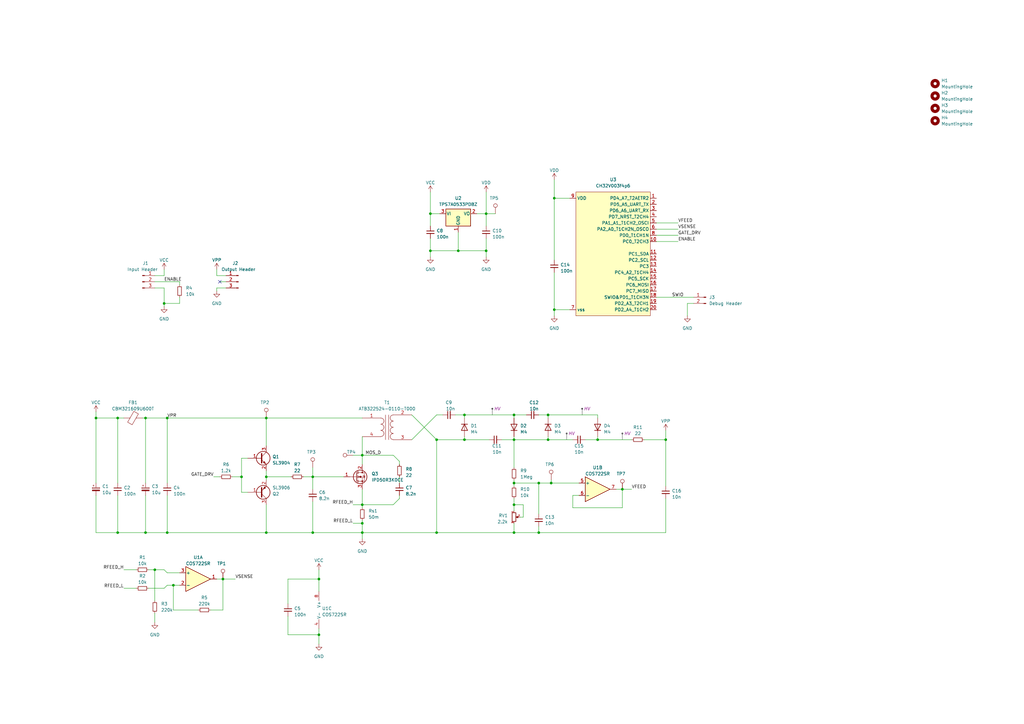
<source format=kicad_sch>
(kicad_sch (version 20230121) (generator eeschema)
  (paper "A3")
  (title_block (title "170V Boost converter and controller") (rev "V1") (company "Alessandro Mauri"))
  (lib_symbols
    (symbol "Amplifier_Operational:AD8620" (pin_names (offset 0.127))
      (property "Reference" "U" (at 0 5.08 0))
      (property "Value" "AD8620" (at 0 -5.08 0))
      (symbol "AD8620_1_1"
        (polyline (pts (xy -5.08 5.08) (xy 5.08 0) (xy -5.08 -5.08) (xy -5.08 5.08)) (stroke (width 0.254)) (fill (type background)))
        (pin output line (at 7.62 0 180) (length 2.54) (name "~") (number "1"))
        (pin input line (at -7.62 -2.54 0) (length 2.54) (name "-") (number "2"))
        (pin input line (at -7.62 2.54 0) (length 2.54) (name "+") (number "3"))
      )
      (symbol "AD8620_2_1"
        (polyline (pts (xy -5.08 5.08) (xy 5.08 0) (xy -5.08 -5.08) (xy -5.08 5.08)) (stroke (width 0.254)) (fill (type background)))
        (pin input line (at -7.62 2.54 0) (length 2.54) (name "+") (number "5"))
        (pin input line (at -7.62 -2.54 0) (length 2.54) (name "-") (number "6"))
        (pin output line (at 7.62 0 180) (length 2.54) (name "~") (number "7"))
      )
      (symbol "AD8620_3_1"
        (pin power_in line (at -2.54 -7.62 90) (length 3.81) (name "V-") (number "4"))
        (pin power_in line (at -2.54 7.62 270) (length 3.81) (name "V+") (number "8"))
      )
    )
    (symbol "CH32V003:CH32V003f4p6"
      (property "Reference" "U" (at 0 31.75 0))
      (property "Value" "CH32V003f4p6" (at -7.62 0 90))
      (symbol "CH32V003f4p6_1_1"
        (rectangle (start -15.24 27.94) (end 15.24 -22.86) (fill (type background)))
        (pin bidirectional line (at 17.78 25.4 180) (length 2.54) (name "PD4_A7_T2AETR2") (number "1"))
        (pin bidirectional line (at 17.78 7.62 180) (length 2.54) (name "PC0_T2CH3") (number "10"))
        (pin bidirectional line (at 17.78 2.54 180) (length 2.54) (name "PC1_SDA") (number "11"))
        (pin bidirectional line (at 17.78 0 180) (length 2.54) (name "PC2_SCL") (number "12"))
        (pin bidirectional line (at 17.78 -2.54 180) (length 2.54) (name "PC3") (number "13"))
        (pin bidirectional line (at 17.78 -5.08 180) (length 2.54) (name "PC4_A2_T1CH4") (number "14"))
        (pin bidirectional line (at 17.78 -7.62 180) (length 2.54) (name "PC5_SCK") (number "15"))
        (pin bidirectional line (at 17.78 -10.16 180) (length 2.54) (name "PC6_MOSI") (number "16"))
        (pin bidirectional line (at 17.78 -12.7 180) (length 2.54) (name "PC7_MISO") (number "17"))
        (pin bidirectional line (at 17.78 -15.24 180) (length 2.54) (name "SWIO&PD1_T1CH3N") (number "18"))
        (pin bidirectional line (at 17.78 -17.78 180) (length 2.54) (name "PD2_A3_T2CH1") (number "19"))
        (pin bidirectional line (at 17.78 22.86 180) (length 2.54) (name "PD5_A5_UART_TX") (number "2"))
        (pin bidirectional line (at 17.78 -20.32 180) (length 2.54) (name "PD2_A4_T1CH2") (number "20"))
        (pin bidirectional line (at 17.78 20.32 180) (length 2.54) (name "PD6_A6_UART_RX") (number "3"))
        (pin bidirectional line (at 17.78 17.78 180) (length 2.54) (name "PD7_NRST_T2CH4") (number "4"))
        (pin bidirectional line (at 17.78 15.24 180) (length 2.54) (name "PA1_A1_T1CH2_OSCI") (number "5"))
        (pin bidirectional line (at 17.78 12.7 180) (length 2.54) (name "PA2_A0_T1CH2N_OSCO") (number "6"))
        (pin power_in line (at -17.78 -20.32 0) (length 2.54) (name "vss") (number "7"))
        (pin bidirectional line (at 17.78 10.16 180) (length 2.54) (name "PD0_T1CH1N") (number "8"))
        (pin power_in line (at -17.78 25.4 0) (length 2.54) (name "VDD") (number "9"))
      )
    )
    (symbol "Connector:Conn_01x02_Pin" (pin_names (offset 1.016) hide)
      (property "Reference" "J" (at 0 2.54 0))
      (property "Value" "Conn_01x02_Pin" (at 0 -5.08 0))
      (symbol "Conn_01x02_Pin_1_1"
        (polyline (pts (xy 1.27 -2.54) (xy 0.8636 -2.54)) (stroke (width 0.1524)))
        (polyline (pts (xy 1.27 0) (xy 0.8636 0)) (stroke (width 0.1524)))
        (rectangle (start 0.8636 -2.413) (end 0 -2.667) (stroke (width 0.1524)) (fill (type outline)))
        (rectangle (start 0.8636 0.127) (end 0 -0.127) (stroke (width 0.1524)) (fill (type outline)))
        (pin passive line (at 5.08 0 180) (length 3.81) (name "Pin_1") (number "1"))
        (pin passive line (at 5.08 -2.54 180) (length 3.81) (name "Pin_2") (number "2"))
      )
    )
    (symbol "Connector:Conn_01x03_Pin" (pin_names (offset 1.016) hide)
      (property "Reference" "J" (at 0 5.08 0))
      (property "Value" "Conn_01x03_Pin" (at 0 -5.08 0))
      (symbol "Conn_01x03_Pin_1_1"
        (polyline (pts (xy 1.27 -2.54) (xy 0.8636 -2.54)) (stroke (width 0.1524)))
        (polyline (pts (xy 1.27 0) (xy 0.8636 0)) (stroke (width 0.1524)))
        (polyline (pts (xy 1.27 2.54) (xy 0.8636 2.54)) (stroke (width 0.1524)))
        (rectangle (start 0.8636 -2.413) (end 0 -2.667) (stroke (width 0.1524)) (fill (type outline)))
        (rectangle (start 0.8636 0.127) (end 0 -0.127) (stroke (width 0.1524)) (fill (type outline)))
        (rectangle (start 0.8636 2.667) (end 0 2.413) (stroke (width 0.1524)) (fill (type outline)))
        (pin passive line (at 5.08 2.54 180) (length 3.81) (name "Pin_1") (number "1"))
        (pin passive line (at 5.08 0 180) (length 3.81) (name "Pin_2") (number "2"))
        (pin passive line (at 5.08 -2.54 180) (length 3.81) (name "Pin_3") (number "3"))
      )
    )
    (symbol "Connector:TestPoint" (pin_numbers hide) (pin_names (offset 0.762) hide)
      (property "Reference" "TP" (at 0 6.858 0))
      (property "Value" "TestPoint" (at 0 5.08 0))
      (symbol "TestPoint_0_1"
        (circle (center 0 3.302) (radius 0.762))
      )
      (symbol "TestPoint_1_1"
        (pin passive line (at 0 0 90) (length 2.54) (name "1") (number "1"))
      )
    )
    (symbol "Device:C_Polarized_Small" (pin_numbers hide) (pin_names (offset 0.254) hide)
      (property "Reference" "C" (at 0.254 1.778 0))
      (property "Value" "C_Polarized_Small" (at 0.254 -2.032 0))
      (symbol "C_Polarized_Small_0_1"
        (rectangle (start -1.524 -0.3048) (end 1.524 -0.6858) (fill (type outline)))
        (rectangle (start -1.524 0.6858) (end 1.524 0.3048))
        (polyline (pts (xy -1.27 1.524) (xy -0.762 1.524)))
        (polyline (pts (xy -1.016 1.27) (xy -1.016 1.778)))
      )
      (symbol "C_Polarized_Small_1_1"
        (pin passive line (at 0 2.54 270) (length 1.8542) (name "~") (number "1"))
        (pin passive line (at 0 -2.54 90) (length 1.8542) (name "~") (number "2"))
      )
    )
    (symbol "Device:C_Small" (pin_numbers hide) (pin_names (offset 0.254) hide)
      (property "Reference" "C" (at 0.254 1.778 0))
      (property "Value" "C_Small" (at 0.254 -2.032 0))
      (symbol "C_Small_0_1"
        (polyline (pts (xy -1.524 -0.508) (xy 1.524 -0.508)) (stroke (width 0.3302)))
        (polyline (pts (xy -1.524 0.508) (xy 1.524 0.508)) (stroke (width 0.3048)))
      )
      (symbol "C_Small_1_1"
        (pin passive line (at 0 2.54 270) (length 2.032) (name "~") (number "1"))
        (pin passive line (at 0 -2.54 90) (length 2.032) (name "~") (number "2"))
      )
    )
    (symbol "Device:FerriteBead" (pin_numbers hide) (pin_names (offset 0))
      (property "Reference" "FB" (at -3.81 0.635 90))
      (property "Value" "FerriteBead" (at 3.81 0 90))
      (symbol "FerriteBead_0_1"
        (polyline (pts (xy 0 -1.27) (xy 0 -1.2192)))
        (polyline (pts (xy 0 1.27) (xy 0 1.2954)))
        (polyline (pts (xy -2.7686 0.4064) (xy -1.7018 2.2606) (xy 2.7686 -0.3048) (xy 1.6764 -2.159) (xy -2.7686 0.4064)))
      )
      (symbol "FerriteBead_1_1"
        (pin passive line (at 0 3.81 270) (length 2.54) (name "~") (number "1"))
        (pin passive line (at 0 -3.81 90) (length 2.54) (name "~") (number "2"))
      )
    )
    (symbol "Device:R_Potentiometer_Small" (pin_names (offset 1.016) hide)
      (property "Reference" "RV" (at -4.445 0 90))
      (property "Value" "R_Potentiometer_Small" (at -2.54 0 90))
      (symbol "R_Potentiometer_Small_0_1"
        (polyline (pts (xy 0.889 0) (xy 0.635 0) (xy 1.651 0.381) (xy 1.651 -0.381) (xy 0.635 0) (xy 0.889 0)) (fill (type outline)))
        (rectangle (start 0.762 1.8034) (end -0.762 -1.8034) (stroke (width 0.254)))
      )
      (symbol "R_Potentiometer_Small_1_1"
        (pin passive line (at 0 2.54 270) (length 0.635) (name "1") (number "1"))
        (pin passive line (at 2.54 0 180) (length 0.9906) (name "2") (number "2"))
        (pin passive line (at 0 -2.54 90) (length 0.635) (name "3") (number "3"))
      )
    )
    (symbol "Device:R_Small" (pin_numbers hide) (pin_names (offset 0.254) hide)
      (property "Reference" "R" (at 0.762 0.508 0))
      (property "Value" "R_Small" (at 0.762 -1.016 0))
      (symbol "R_Small_0_1"
        (rectangle (start -0.762 1.778) (end 0.762 -1.778) (stroke (width 0.2032)))
      )
      (symbol "R_Small_1_1"
        (pin passive line (at 0 2.54 270) (length 0.762) (name "~") (number "1"))
        (pin passive line (at 0 -2.54 90) (length 0.762) (name "~") (number "2"))
      )
    )
    (symbol "Diode:US2FA" (pin_numbers hide) (pin_names hide)
      (property "Reference" "D" (at 0 2.54 0))
      (property "Value" "US2FA" (at 0 -2.54 0))
      (symbol "US2FA_0_1"
        (polyline (pts (xy -1.27 1.27) (xy -1.27 -1.27)) (stroke (width 0.254)))
        (polyline (pts (xy 1.27 0) (xy -1.27 0)))
        (polyline (pts (xy 1.27 1.27) (xy 1.27 -1.27) (xy -1.27 0) (xy 1.27 1.27)) (stroke (width 0.254)))
      )
      (symbol "US2FA_1_1"
        (pin passive line (at -3.81 0 0) (length 2.54) (name "K") (number "1"))
        (pin passive line (at 3.81 0 180) (length 2.54) (name "A") (number "2"))
      )
    )
    (symbol "Mechanical:MountingHole" (pin_names (offset 1.016))
      (property "Reference" "H" (at 0 5.08 0))
      (property "Value" "MountingHole" (at 0 3.175 0))
      (symbol "MountingHole_0_1"
        (circle (center 0 0) (radius 1.27) (stroke (width 1.27)))
      )
    )
    (symbol "Regulator_Linear:TPS7A0533PDBZ" (pin_names (offset 0.254))
      (property "Reference" "U" (at -3.81 3.175 0))
      (property "Value" "TPS7A0533PDBZ" (at 0 3.175 0))
      (symbol "TPS7A0533PDBZ_0_1"
        (rectangle (start -5.08 -5.08) (end 5.08 1.905) (stroke (width 0.254)) (fill (type background)))
      )
      (symbol "TPS7A0533PDBZ_1_1"
        (pin power_in line (at 0 -7.62 90) (length 2.54) (name "GND") (number "1"))
        (pin power_out line (at 7.62 0 180) (length 2.54) (name "VO") (number "2"))
        (pin power_in line (at -7.62 0 0) (length 2.54) (name "VI") (number "3"))
      )
    )
    (symbol "Transistor_BJT:MMBT3904" (pin_names (offset 0) hide)
      (property "Reference" "Q" (at 5.08 1.905 0))
      (property "Value" "MMBT3904" (at 5.08 0 0))
      (symbol "MMBT3904_0_1"
        (polyline (pts (xy 0.635 0.635) (xy 2.54 2.54)))
        (polyline (pts (xy 0.635 -0.635) (xy 2.54 -2.54) (xy 2.54 -2.54)))
        (polyline (pts (xy 0.635 1.905) (xy 0.635 -1.905) (xy 0.635 -1.905)) (stroke (width 0.508)))
        (polyline (pts (xy 1.27 -1.778) (xy 1.778 -1.27) (xy 2.286 -2.286) (xy 1.27 -1.778) (xy 1.27 -1.778)) (fill (type outline)))
        (circle (center 1.27 0) (radius 2.8194) (stroke (width 0.254)))
      )
      (symbol "MMBT3904_1_1"
        (pin input line (at -5.08 0 0) (length 5.715) (name "B") (number "1"))
        (pin passive line (at 2.54 -5.08 90) (length 2.54) (name "E") (number "2"))
        (pin passive line (at 2.54 5.08 270) (length 2.54) (name "C") (number "3"))
      )
    )
    (symbol "Transistor_BJT:MMBT3906" (pin_names (offset 0) hide)
      (property "Reference" "Q" (at 5.08 1.905 0))
      (property "Value" "MMBT3906" (at 5.08 0 0))
      (symbol "MMBT3906_0_1"
        (polyline (pts (xy 0.635 0.635) (xy 2.54 2.54)))
        (polyline (pts (xy 0.635 -0.635) (xy 2.54 -2.54) (xy 2.54 -2.54)))
        (polyline (pts (xy 0.635 1.905) (xy 0.635 -1.905) (xy 0.635 -1.905)) (stroke (width 0.508)))
        (polyline (pts (xy 2.286 -1.778) (xy 1.778 -2.286) (xy 1.27 -1.27) (xy 2.286 -1.778) (xy 2.286 -1.778)) (fill (type outline)))
        (circle (center 1.27 0) (radius 2.8194) (stroke (width 0.254)))
      )
      (symbol "MMBT3906_1_1"
        (pin input line (at -5.08 0 0) (length 5.715) (name "B") (number "1"))
        (pin passive line (at 2.54 -5.08 90) (length 2.54) (name "E") (number "2"))
        (pin passive line (at 2.54 5.08 270) (length 2.54) (name "C") (number "3"))
      )
    )
    (symbol "Transistor_FET:IPD50R3K0CE" (pin_names hide)
      (property "Reference" "Q" (at 5.08 1.905 0))
      (property "Value" "IPD50R3K0CE" (at 5.08 0 0))
      (symbol "IPD50R3K0CE_0_1"
        (polyline (pts (xy 0.254 0) (xy -2.54 0)))
        (polyline (pts (xy 0.254 1.905) (xy 0.254 -1.905)) (stroke (width 0.254)))
        (polyline (pts (xy 0.762 -1.27) (xy 0.762 -2.286)) (stroke (width 0.254)))
        (polyline (pts (xy 0.762 0.508) (xy 0.762 -0.508)) (stroke (width 0.254)))
        (polyline (pts (xy 0.762 2.286) (xy 0.762 1.27)) (stroke (width 0.254)))
        (polyline (pts (xy 2.54 2.54) (xy 2.54 1.778)))
        (polyline (pts (xy 2.54 -2.54) (xy 2.54 0) (xy 0.762 0)))
        (polyline (pts (xy 0.762 -1.778) (xy 3.302 -1.778) (xy 3.302 1.778) (xy 0.762 1.778)))
        (polyline (pts (xy 1.016 0) (xy 2.032 0.381) (xy 2.032 -0.381) (xy 1.016 0)) (fill (type outline)))
        (polyline (pts (xy 2.794 0.508) (xy 2.921 0.381) (xy 3.683 0.381) (xy 3.81 0.254)))
        (polyline (pts (xy 3.302 0.381) (xy 2.921 -0.254) (xy 3.683 -0.254) (xy 3.302 0.381)))
        (circle (center 1.651 0) (radius 2.794) (stroke (width 0.254)))
        (circle (center 2.54 -1.778) (radius 0.254) (fill (type outline)))
        (circle (center 2.54 1.778) (radius 0.254) (fill (type outline)))
      )
      (symbol "IPD50R3K0CE_1_1"
        (pin input line (at -5.08 0 0) (length 2.54) (name "G") (number "1"))
        (pin passive line (at 2.54 5.08 270) (length 2.54) (name "D") (number "2"))
        (pin passive line (at 2.54 -5.08 90) (length 2.54) (name "S") (number "3"))
      )
    )
    (symbol "lcsc_misc:ATB322524-0110-T000"
      (property "Reference" "T" (at 0 3.81 0))
      (property "Value" "ATB322524-0110-T000" (at 1.27 1.27 0))
      (symbol "ATB322524-0110-T000_0_1"
        (arc (start -2.54 -11.4046) (mid -1.6561 -11.0363) (end -1.27 -10.16))
        (arc (start -2.54 -8.8646) (mid -1.6561 -8.4963) (end -1.27 -7.62))
        (arc (start -2.54 -6.3246) (mid -1.6561 -5.9563) (end -1.27 -5.08))
        (arc (start -1.27 -10.16) (mid -1.642 -9.262) (end -2.54 -8.89))
        (arc (start -1.27 -7.62) (mid -1.642 -6.722) (end -2.54 -6.35))
        (arc (start -1.27 -5.08) (mid -1.642 -4.182) (end -2.54 -3.81))
        (polyline (pts (xy -0.635 -2.54) (xy -0.635 -12.7)))
        (polyline (pts (xy 0.635 -12.7) (xy 0.635 -2.54)))
        (arc (start 1.2954 -8.89) (mid 1.6599 -9.7701) (end 2.54 -10.1346))
        (arc (start 1.2954 -6.35) (mid 1.6599 -7.2301) (end 2.54 -7.5946))
        (arc (start 1.2954 -3.81) (mid 1.6599 -4.6901) (end 2.54 -5.0546))
        (arc (start 1.3208 -11.43) (mid 1.6854 -12.3099) (end 2.5654 -12.6746))
        (arc (start 2.54 -7.62) (mid 1.6458 -7.9885) (end 1.2954 -8.89))
        (arc (start 2.54 -5.08) (mid 1.6458 -5.4485) (end 1.2954 -6.35))
        (arc (start 2.54 -2.54) (mid 1.6458 -2.9085) (end 1.2954 -3.81))
        (arc (start 2.5654 -10.16) (mid 1.6709 -10.5283) (end 1.3208 -11.43))
      )
      (symbol "ATB322524-0110-T000_1_1"
        (pin passive line (at -10.16 -3.81 0) (length 7.62) (name "") (number "1"))
        (pin passive line (at 10.16 -2.54 180) (length 7.62) (name "") (number "2"))
        (pin passive line (at 10.16 -12.7 180) (length 7.62) (name "") (number "3"))
        (pin passive line (at -10.16 -11.43 0) (length 7.62) (name "") (number "4"))
      )
    )
    (symbol "power:GND" (power) (pin_names (offset 0))
      (property "Value" "GND" (at 0 -3.81 0))
      (symbol "GND_0_1"
        (polyline (pts (xy 0 0) (xy 0 -1.27) (xy 1.27 -1.27) (xy 0 -2.54) (xy -1.27 -1.27) (xy 0 -1.27)))
      )
      (symbol "GND_1_1"
        (pin power_in line (at 0 0 270) (length 0) hide (name "GND") (number "1"))
      )
    )
    (symbol "power:VCC" (power) (pin_names (offset 0))
      (property "Value" "VCC" (at 0 3.81 0))
      (symbol "VCC_0_1"
        (polyline (pts (xy -0.762 1.27) (xy 0 2.54)))
        (polyline (pts (xy 0 0) (xy 0 2.54)))
        (polyline (pts (xy 0 2.54) (xy 0.762 1.27)))
      )
      (symbol "VCC_1_1"
        (pin power_in line (at 0 0 90) (length 0) hide (name "VCC") (number "1"))
      )
    )
    (symbol "power:VDD" (power) (pin_names (offset 0))
      (property "Value" "VDD" (at 0 3.81 0))
      (symbol "VDD_0_1"
        (polyline (pts (xy -0.762 1.27) (xy 0 2.54)))
        (polyline (pts (xy 0 0) (xy 0 2.54)))
        (polyline (pts (xy 0 2.54) (xy 0.762 1.27)))
      )
      (symbol "VDD_1_1"
        (pin power_in line (at 0 0 90) (length 0) hide (name "VDD") (number "1"))
      )
    )
    (symbol "power:VPP" (power) (pin_names (offset 0))
      (property "Value" "VPP" (at 0 3.81 0))
      (symbol "VPP_0_1"
        (polyline (pts (xy -0.762 1.27) (xy 0 2.54)))
        (polyline (pts (xy 0 0) (xy 0 2.54)))
        (polyline (pts (xy 0 2.54) (xy 0.762 1.27)))
      )
      (symbol "VPP_1_1"
        (pin power_in line (at 0 0 90) (length 0) hide (name "VPP") (number "1"))
      )
    )
  )
  (junction (at 227.33 81.28))
  (junction (at 245.11 180.34))
  (junction (at 187.96 102.87))
  (junction (at 210.82 198.12))
  (junction (at 48.26 218.44))
  (junction (at 68.58 218.44))
  (junction (at 128.27 218.44))
  (junction (at 255.27 200.66))
  (junction (at 224.79 180.34))
  (junction (at 71.12 240.03))
  (junction (at 210.82 218.44))
  (junction (at 91.44 237.49))
  (junction (at 179.07 218.44))
  (junction (at 67.31 124.46))
  (junction (at 63.5 233.68))
  (junction (at 128.27 195.58))
  (junction (at 109.22 218.44))
  (junction (at 273.05 180.34))
  (junction (at 190.5 170.18))
  (junction (at 99.06 195.58))
  (junction (at 190.5 180.34))
  (junction (at 68.58 171.45))
  (junction (at 210.82 170.18))
  (junction (at 148.59 218.44))
  (junction (at 59.69 171.45))
  (junction (at 220.98 218.44))
  (junction (at 179.07 180.34))
  (junction (at 48.26 171.45))
  (junction (at 227.33 127))
  (junction (at 210.82 180.34))
  (junction (at 199.39 102.87))
  (junction (at 130.81 260.35))
  (junction (at 224.79 170.18))
  (junction (at 176.53 102.87))
  (junction (at 130.81 237.49))
  (junction (at 109.22 171.45))
  (junction (at 148.59 214.63))
  (junction (at 220.98 198.12))
  (junction (at 176.53 87.63))
  (junction (at 109.22 195.58))
  (junction (at 39.37 171.45))
  (junction (at 59.69 218.44))
  (junction (at 210.82 207.01))
  (junction (at 148.59 186.69))
  (junction (at 148.59 207.01))
  (junction (at 226.06 198.12))
  (junction (at 199.39 87.63))
  (no_connect (at 90.17 115.57))
  (wire (pts (xy 60.96 233.68) (xy 63.5 233.68)))
  (wire (pts (xy 109.22 171.45) (xy 148.59 171.45)))
  (wire (pts (xy 176.53 97.79) (xy 176.53 102.87)))
  (wire (pts (xy 39.37 171.45) (xy 39.37 198.12)))
  (wire (pts (xy 163.83 204.47) (xy 161.29 207.01)))
  (wire (pts (xy 109.22 218.44) (xy 128.27 218.44)))
  (wire (pts (xy 227.33 111.76) (xy 227.33 127)))
  (wire (pts (xy 214.63 207.01) (xy 214.63 212.09)))
  (wire (pts (xy 210.82 170.18) (xy 210.82 171.45)))
  (wire (pts (xy 220.98 218.44) (xy 273.05 218.44)))
  (wire (pts (xy 60.96 241.3) (xy 67.31 241.3)))
  (wire (pts (xy 199.39 78.74) (xy 199.39 87.63)))
  (wire (pts (xy 234.95 203.2) (xy 234.95 208.28)))
  (wire (pts (xy 148.59 213.36) (xy 148.59 214.63)))
  (wire (pts (xy 264.16 180.34) (xy 273.05 180.34)))
  (wire (pts (xy 179.07 180.34) (xy 190.5 180.34)))
  (wire (pts (xy 58.42 171.45) (xy 59.69 171.45)))
  (wire (pts (xy 190.5 180.34) (xy 200.66 180.34)))
  (wire (pts (xy 90.17 115.57) (xy 92.71 115.57)))
  (wire (pts (xy 130.81 260.35) (xy 130.81 264.16)))
  (wire (pts (xy 148.59 186.69) (xy 148.59 190.5)))
  (wire (pts (xy 148.59 218.44) (xy 148.59 220.98)))
  (wire (pts (xy 163.83 189.23) (xy 161.29 186.69)))
  (wire (pts (xy 199.39 102.87) (xy 199.39 105.41)))
  (wire (pts (xy 63.5 251.46) (xy 63.5 255.27)))
  (wire (pts (xy 210.82 198.12) (xy 210.82 199.39)))
  (wire (pts (xy 168.91 170.18) (xy 179.07 180.34)))
  (wire (pts (xy 73.66 115.57) (xy 73.66 116.84)))
  (wire (pts (xy 63.5 233.68) (xy 63.5 246.38)))
  (wire (pts (xy 91.44 237.49) (xy 96.52 237.49)))
  (wire (pts (xy 210.82 180.34) (xy 224.79 180.34)))
  (wire (pts (xy 187.96 95.25) (xy 187.96 102.87)))
  (wire (pts (xy 73.66 121.92) (xy 73.66 124.46)))
  (wire (pts (xy 179.07 218.44) (xy 210.82 218.44)))
  (wire (pts (xy 88.9 118.11) (xy 92.71 118.11)))
  (wire (pts (xy 213.36 212.09) (xy 214.63 212.09)))
  (wire (pts (xy 48.26 171.45) (xy 50.8 171.45)))
  (wire (pts (xy 148.59 207.01) (xy 161.29 207.01)))
  (wire (pts (xy 130.81 233.68) (xy 130.81 237.49)))
  (wire (pts (xy 59.69 171.45) (xy 59.69 198.12)))
  (wire (pts (xy 71.12 240.03) (xy 71.12 250.19)))
  (wire (pts (xy 71.12 250.19) (xy 81.28 250.19)))
  (wire (pts (xy 48.26 218.44) (xy 59.69 218.44)))
  (wire (pts (xy 68.58 171.45) (xy 68.58 198.12)))
  (wire (pts (xy 39.37 168.91) (xy 39.37 171.45)))
  (wire (pts (xy 269.24 96.52) (xy 278.13 96.52)))
  (wire (pts (xy 39.37 203.2) (xy 39.37 218.44)))
  (wire (pts (xy 59.69 218.44) (xy 68.58 218.44)))
  (wire (pts (xy 67.31 118.11) (xy 67.31 124.46)))
  (wire (pts (xy 59.69 171.45) (xy 68.58 171.45)))
  (wire (pts (xy 190.5 170.18) (xy 210.82 170.18)))
  (wire (pts (xy 210.82 207.01) (xy 210.82 209.55)))
  (wire (pts (xy 240.03 180.34) (xy 245.11 180.34)))
  (wire (pts (xy 148.59 179.07) (xy 148.59 186.69)))
  (wire (pts (xy 128.27 218.44) (xy 148.59 218.44)))
  (wire (pts (xy 284.48 124.46) (xy 281.94 124.46)))
  (wire (pts (xy 118.11 252.73) (xy 118.11 260.35)))
  (wire (pts (xy 220.98 198.12) (xy 220.98 210.82)))
  (wire (pts (xy 245.11 180.34) (xy 259.08 180.34)))
  (wire (pts (xy 227.33 73.66) (xy 227.33 81.28)))
  (wire (pts (xy 187.96 102.87) (xy 199.39 102.87)))
  (wire (pts (xy 227.33 127) (xy 227.33 129.54)))
  (wire (pts (xy 67.31 241.3) (xy 68.58 240.03)))
  (wire (pts (xy 190.5 170.18) (xy 190.5 171.45)))
  (wire (pts (xy 144.78 207.01) (xy 148.59 207.01)))
  (wire (pts (xy 88.9 237.49) (xy 91.44 237.49)))
  (wire (pts (xy 210.82 204.47) (xy 210.82 207.01)))
  (wire (pts (xy 245.11 179.07) (xy 245.11 180.34)))
  (wire (pts (xy 210.82 170.18) (xy 215.9 170.18)))
  (wire (pts (xy 148.59 186.69) (xy 161.29 186.69)))
  (wire (pts (xy 203.2 87.63) (xy 199.39 87.63)))
  (wire (pts (xy 50.8 233.68) (xy 55.88 233.68)))
  (wire (pts (xy 128.27 191.77) (xy 128.27 195.58)))
  (wire (pts (xy 144.78 214.63) (xy 148.59 214.63)))
  (wire (pts (xy 59.69 203.2) (xy 59.69 218.44)))
  (wire (pts (xy 245.11 170.18) (xy 245.11 171.45)))
  (wire (pts (xy 50.8 241.3) (xy 55.88 241.3)))
  (wire (pts (xy 109.22 193.04) (xy 109.22 195.58)))
  (wire (pts (xy 224.79 179.07) (xy 224.79 180.34)))
  (wire (pts (xy 67.31 124.46) (xy 67.31 125.73)))
  (wire (pts (xy 128.27 205.74) (xy 128.27 218.44)))
  (wire (pts (xy 224.79 180.34) (xy 234.95 180.34)))
  (wire (pts (xy 99.06 187.96) (xy 101.6 187.96)))
  (wire (pts (xy 63.5 115.57) (xy 73.66 115.57)))
  (wire (pts (xy 195.58 87.63) (xy 199.39 87.63)))
  (wire (pts (xy 176.53 87.63) (xy 176.53 92.71)))
  (wire (pts (xy 210.82 218.44) (xy 220.98 218.44)))
  (wire (pts (xy 39.37 218.44) (xy 48.26 218.44)))
  (wire (pts (xy 220.98 170.18) (xy 224.79 170.18)))
  (wire (pts (xy 234.95 208.28) (xy 255.27 208.28)))
  (wire (pts (xy 227.33 127) (xy 233.68 127)))
  (wire (pts (xy 205.74 180.34) (xy 210.82 180.34)))
  (wire (pts (xy 68.58 234.95) (xy 73.66 234.95)))
  (wire (pts (xy 67.31 110.49) (xy 67.31 113.03)))
  (wire (pts (xy 227.33 81.28) (xy 227.33 106.68)))
  (wire (pts (xy 210.82 179.07) (xy 210.82 180.34)))
  (wire (pts (xy 39.37 171.45) (xy 48.26 171.45)))
  (wire (pts (xy 210.82 214.63) (xy 210.82 218.44)))
  (wire (pts (xy 130.81 237.49) (xy 130.81 242.57)))
  (wire (pts (xy 148.59 218.44) (xy 179.07 218.44)))
  (wire (pts (xy 109.22 195.58) (xy 119.38 195.58)))
  (wire (pts (xy 68.58 203.2) (xy 68.58 218.44)))
  (wire (pts (xy 95.25 195.58) (xy 99.06 195.58)))
  (wire (pts (xy 273.05 180.34) (xy 273.05 199.39)))
  (wire (pts (xy 88.9 118.11) (xy 88.9 119.38)))
  (wire (pts (xy 88.9 110.49) (xy 88.9 113.03)))
  (wire (pts (xy 269.24 93.98) (xy 278.13 93.98)))
  (wire (pts (xy 118.11 237.49) (xy 118.11 247.65)))
  (wire (pts (xy 148.59 200.66) (xy 148.59 207.01)))
  (wire (pts (xy 255.27 200.66) (xy 259.08 200.66)))
  (wire (pts (xy 144.78 186.69) (xy 148.59 186.69)))
  (wire (pts (xy 86.36 250.19) (xy 91.44 250.19)))
  (wire (pts (xy 210.82 180.34) (xy 210.82 191.77)))
  (wire (pts (xy 255.27 200.66) (xy 255.27 208.28)))
  (wire (pts (xy 48.26 171.45) (xy 48.26 198.12)))
  (wire (pts (xy 226.06 198.12) (xy 237.49 198.12)))
  (wire (pts (xy 269.24 91.44) (xy 278.13 91.44)))
  (wire (pts (xy 190.5 179.07) (xy 190.5 180.34)))
  (wire (pts (xy 176.53 102.87) (xy 187.96 102.87)))
  (wire (pts (xy 163.83 189.23) (xy 163.83 190.5)))
  (wire (pts (xy 176.53 102.87) (xy 176.53 105.41)))
  (wire (pts (xy 148.59 207.01) (xy 148.59 208.28)))
  (wire (pts (xy 63.5 233.68) (xy 67.31 233.68)))
  (wire (pts (xy 234.95 203.2) (xy 237.49 203.2)))
  (wire (pts (xy 168.91 180.34) (xy 179.07 170.18)))
  (wire (pts (xy 176.53 87.63) (xy 180.34 87.63)))
  (wire (pts (xy 281.94 124.46) (xy 281.94 129.54)))
  (wire (pts (xy 210.82 198.12) (xy 220.98 198.12)))
  (wire (pts (xy 130.81 257.81) (xy 130.81 260.35)))
  (wire (pts (xy 109.22 195.58) (xy 109.22 196.85)))
  (wire (pts (xy 199.39 97.79) (xy 199.39 102.87)))
  (wire (pts (xy 252.73 200.66) (xy 255.27 200.66)))
  (wire (pts (xy 63.5 113.03) (xy 67.31 113.03)))
  (wire (pts (xy 68.58 218.44) (xy 109.22 218.44)))
  (wire (pts (xy 91.44 237.49) (xy 91.44 250.19)))
  (wire (pts (xy 99.06 201.93) (xy 101.6 201.93)))
  (wire (pts (xy 109.22 207.01) (xy 109.22 218.44)))
  (wire (pts (xy 68.58 240.03) (xy 71.12 240.03)))
  (wire (pts (xy 199.39 87.63) (xy 199.39 92.71)))
  (wire (pts (xy 227.33 81.28) (xy 233.68 81.28)))
  (wire (pts (xy 210.82 196.85) (xy 210.82 198.12)))
  (wire (pts (xy 109.22 171.45) (xy 109.22 182.88)))
  (wire (pts (xy 224.79 170.18) (xy 224.79 171.45)))
  (wire (pts (xy 67.31 118.11) (xy 63.5 118.11)))
  (wire (pts (xy 269.24 99.06) (xy 278.13 99.06)))
  (wire (pts (xy 71.12 240.03) (xy 73.66 240.03)))
  (wire (pts (xy 124.46 195.58) (xy 128.27 195.58)))
  (wire (pts (xy 118.11 237.49) (xy 130.81 237.49)))
  (wire (pts (xy 148.59 214.63) (xy 148.59 218.44)))
  (wire (pts (xy 163.83 195.58) (xy 163.83 198.12)))
  (wire (pts (xy 99.06 187.96) (xy 99.06 195.58)))
  (wire (pts (xy 99.06 195.58) (xy 99.06 201.93)))
  (wire (pts (xy 128.27 195.58) (xy 140.97 195.58)))
  (wire (pts (xy 186.69 170.18) (xy 190.5 170.18)))
  (wire (pts (xy 179.07 180.34) (xy 179.07 218.44)))
  (wire (pts (xy 220.98 215.9) (xy 220.98 218.44)))
  (wire (pts (xy 273.05 176.53) (xy 273.05 180.34)))
  (wire (pts (xy 128.27 195.58) (xy 128.27 200.66)))
  (wire (pts (xy 210.82 207.01) (xy 214.63 207.01)))
  (wire (pts (xy 163.83 203.2) (xy 163.83 204.47)))
  (wire (pts (xy 67.31 233.68) (xy 68.58 234.95)))
  (wire (pts (xy 226.06 196.85) (xy 226.06 198.12)))
  (wire (pts (xy 179.07 170.18) (xy 181.61 170.18)))
  (wire (pts (xy 224.79 170.18) (xy 245.11 170.18)))
  (wire (pts (xy 87.63 195.58) (xy 90.17 195.58)))
  (wire (pts (xy 67.31 124.46) (xy 73.66 124.46)))
  (wire (pts (xy 176.53 78.74) (xy 176.53 87.63)))
  (wire (pts (xy 220.98 198.12) (xy 226.06 198.12)))
  (wire (pts (xy 269.24 121.92) (xy 284.48 121.92)))
  (wire (pts (xy 273.05 204.47) (xy 273.05 218.44)))
  (wire (pts (xy 88.9 113.03) (xy 92.71 113.03)))
  (wire (pts (xy 48.26 203.2) (xy 48.26 218.44)))
  (wire (pts (xy 118.11 260.35) (xy 130.81 260.35)))
  (wire (pts (xy 68.58 171.45) (xy 109.22 171.45)))
  (label "VFEED" (at 278.13 91.44 0))
  (label "RFEED_H" (at 144.78 207.01 180))
  (label "ENABLE" (at 278.13 99.06 0))
  (label "GATE_DRV" (at 87.63 195.58 180))
  (label "VFEED" (at 259.08 200.66 0))
  (label "RFEED_H" (at 50.8 233.68 180))
  (label "VSENSE" (at 278.13 93.98 0))
  (label "GATE_DRV" (at 278.13 96.52 0))
  (label "VSENSE" (at 96.52 237.49 0))
  (label "VPR" (at 68.58 171.45 0))
  (label "ENABLE" (at 67.31 115.57 0))
  (label "RFEED_L" (at 50.8 241.3 180))
  (label "MOS_D" (at 149.86 186.69 0))
  (label "RFEED_L" (at 144.78 214.63 180))
  (label "SWIO" (at 275.59 121.92 0))
  (netclass_flag "" (length 2.54) (shape dot) (at 201.93 170.18 0) (property "Netclass" "HV" (at 202.6285 167.64 0) (effects (font italic) (justify left))))
  (netclass_flag "" (length 2.54) (shape dot) (at 238.76 170.18 0) (property "Netclass" "HV" (at 239.4585 167.64 0) (effects (font italic) (justify left))))
  (netclass_flag "" (length 2.54) (shape dot) (at 232.41 180.34 0) (property "Netclass" "HV" (at 233.1085 177.8 0) (effects (font italic) (justify left))))
  (netclass_flag "" (length 2.54) (shape dot) (at 255.27 180.34 0) (property "Netclass" "HV" (at 255.9685 177.8 0) (effects (font italic) (justify left))))
  (symbol (lib_id "Diode:US2FA") (at 210.82 175.26 90) (unit 1)
    (property "Reference" "D2" (at 213.36 174.625 90) (effects (justify right)))
    (property "Value" "M4" (at 213.36 177.165 90) (effects (justify right)))
    (property "Footprint" "Diode_SMD:D_SMA" (effects hide))
    (property "Datasheet" "https://datasheet.lcsc.com/lcsc/1912111437_Shandong-Jingdao-Microelectronics-M4_C383019.pdf" (effects hide))
    (property "Sim.Device" "D" (effects hide))
    (property "Sim.Pins" "1=K 2=A" (effects hide))
    (property "LCSC" "C383019" (effects hide))
  )
  (symbol (lib_id "Device:C_Small") (at 68.58 200.66 0) (unit 1)
    (property "Reference" "C4" (at 71.12 200.0313 0) (effects (justify left)))
    (property "Value" "100n" (at 71.12 202.5713 0) (effects (justify left)))
    (property "Footprint" "Capacitor_SMD:C_0805_2012Metric_Pad1.18x1.45mm_HandSolder" (effects hide))
    (property "LCSC" "C38141" (effects hide))
  )
  (symbol (lib_id "Device:C_Polarized_Small") (at 39.37 200.66 0) (unit 1)
    (property "Reference" "C1" (at 41.91 199.4789 0) (effects (justify left)))
    (property "Value" "10u" (at 41.91 202.0189 0) (effects (justify left)))
    (property "Footprint" "Capacitor_SMD:CP_Elec_4x5.4" (effects hide))
    (property "LCSC" "C72485" (effects hide))
  )
  (symbol (lib_id "Regulator_Linear:TPS7A0533PDBZ") (at 187.96 87.63 0) (unit 1)
    (property "Reference" "U2" (at 187.96 81.28 0))
    (property "Value" "TPS7A0533PDBZ" (at 187.96 83.82 0))
    (property "Footprint" "Package_TO_SOT_SMD:SOT-23" (effects hide))
    (property "Datasheet" "https://www.ti.com/lit/ds/symlink/tps7a05.pdf" (effects hide))
  )
  (symbol (lib_id "power:VCC") (at 67.31 110.49 0) (unit 1)
    (property "Reference" "#PWR03" (effects hide))
    (property "Value" "VCC" (at 67.31 106.68 0))
  )
  (symbol (lib_id "Device:R_Potentiometer_Small") (at 210.82 212.09 0) (unit 1)
    (property "Reference" "RV1" (at 208.28 211.455 0) (effects (justify right)))
    (property "Value" "2.2k" (at 208.28 213.995 0) (effects (justify right)))
    (property "Footprint" "lcsc_misc:VG039NCHXTB222" (effects hide))
    (property "LCSC" "C145162" (effects hide))
  )
  (symbol (lib_id "Diode:US2FA") (at 190.5 175.26 270) (unit 1)
    (property "Reference" "D1" (at 193.04 174.625 90) (effects (justify left)))
    (property "Value" "M4" (at 193.04 177.165 90) (effects (justify left)))
    (property "Footprint" "Diode_SMD:D_SMA" (effects hide))
    (property "Datasheet" "https://datasheet.lcsc.com/lcsc/1912111437_Shandong-Jingdao-Microelectronics-M4_C383019.pdf" (effects hide))
    (property "Sim.Device" "D" (effects hide))
    (property "Sim.Pins" "1=K 2=A" (effects hide))
    (property "LCSC" "C383019" (effects hide))
  )
  (symbol (lib_id "power:GND") (at 88.9 119.38 0) (unit 1)
    (property "Reference" "#PWR06" (effects hide))
    (property "Value" "GND" (at 88.9 124.46 0))
  )
  (symbol (lib_id "Mechanical:MountingHole") (at 383.54 49.53 0) (unit 1)
    (property "Reference" "H4" (at 386.08 48.26 0) (effects (justify left)))
    (property "Value" "MountingHole" (at 386.08 50.8 0) (effects (justify left)))
    (property "Footprint" "MountingHole:MountingHole_2.2mm_M2_DIN965" (effects hide))
  )
  (symbol (lib_id "Device:C_Small") (at 199.39 95.25 0) (unit 1)
    (property "Reference" "C10" (at 201.93 94.6213 0) (effects (justify left)))
    (property "Value" "100n" (at 201.93 97.1613 0) (effects (justify left)))
    (property "Footprint" "Capacitor_SMD:C_0805_2012Metric_Pad1.18x1.45mm_HandSolder" (effects hide))
    (property "LCSC" "C38141" (effects hide))
  )
  (symbol (lib_id "Device:R_Small") (at 58.42 233.68 90) (mirror x) (unit 1)
    (property "Reference" "R1" (at 58.42 228.6 90))
    (property "Value" "10k" (at 58.42 231.14 90))
    (property "Footprint" "Resistor_SMD:R_0805_2012Metric_Pad1.20x1.40mm_HandSolder" (effects hide))
    (property "LCSC" "C17513" (effects hide))
  )
  (symbol (lib_id "Connector:TestPoint") (at 144.78 186.69 90) (unit 1)
    (property "Reference" "TP4" (at 142.24 185.42 90) (effects (justify right)))
    (property "Value" "TestPoint" (effects hide))
    (property "Footprint" "TestPoint:TestPoint_Pad_D1.5mm" (effects hide))
  )
  (symbol (lib_id "Connector:TestPoint") (at 255.27 200.66 0) (unit 1)
    (property "Reference" "TP7" (at 256.54 194.31 0) (effects (justify right)))
    (property "Value" "TestPoint" (effects hide))
    (property "Footprint" "TestPoint:TestPoint_Pad_D1.5mm" (effects hide))
  )
  (symbol (lib_id "Connector:TestPoint") (at 226.06 196.85 0) (unit 1)
    (property "Reference" "TP6" (at 227.33 190.5 0) (effects (justify right)))
    (property "Value" "TestPoint" (effects hide))
    (property "Footprint" "TestPoint:TestPoint_Pad_D1.5mm" (effects hide))
  )
  (symbol (lib_id "power:VDD") (at 199.39 78.74 0) (unit 1)
    (property "Reference" "#PWR012" (effects hide))
    (property "Value" "VDD" (at 199.39 74.93 0))
  )
  (symbol (lib_id "power:GND") (at 148.59 220.98 0) (unit 1)
    (property "Reference" "#PWR09" (effects hide))
    (property "Value" "GND" (at 148.59 226.06 0))
  )
  (symbol (lib_id "Transistor_BJT:MMBT3906") (at 106.68 201.93 0) (mirror x) (unit 1)
    (property "Reference" "Q2" (at 111.76 202.565 0) (effects (justify left)))
    (property "Value" "SL3906" (at 111.76 200.025 0) (effects (justify left)))
    (property "Footprint" "Package_TO_SOT_SMD:SOT-23_Handsoldering" (effects hide))
    (property "Datasheet" "https://datasheet.lcsc.com/lcsc/1912111437_Slkor-SLKORMICRO-Elec--SL3906_C337069.pdf" (effects hide))
    (property "LCSC" "C337069" (effects hide))
  )
  (symbol (lib_id "Device:FerriteBead") (at 54.61 171.45 90) (unit 1)
    (property "Reference" "FB1" (at 54.5592 165.1 90))
    (property "Value" "CBM321609U600T" (at 54.5592 167.64 90))
    (property "Footprint" "Resistor_SMD:R_1206_3216Metric_Pad1.30x1.75mm_HandSolder" (effects hide))
    (property "LCSC" "C85841" (effects hide))
  )
  (symbol (lib_id "Connector:TestPoint") (at 203.2 87.63 0) (unit 1)
    (property "Reference" "TP5" (at 204.47 81.28 0) (effects (justify right)))
    (property "Value" "TestPoint" (effects hide))
    (property "Footprint" "TestPoint:TestPoint_Pad_D1.5mm" (effects hide))
  )
  (symbol (lib_id "Device:R_Small") (at 148.59 210.82 0) (unit 1)
    (property "Reference" "Rs1" (at 151.13 209.55 0) (effects (justify left)))
    (property "Value" "50m" (at 151.13 212.09 0) (effects (justify left)))
    (property "Footprint" "Resistor_SMD:R_1206_3216Metric_Pad1.30x1.75mm_HandSolder" (effects hide))
    (property "LCSC" "C105362" (effects hide))
  )
  (symbol (lib_id "Connector:Conn_01x03_Pin") (at 58.42 115.57 0) (unit 1)
    (property "Reference" "J1" (at 59.69 107.95 0))
    (property "Value" "Input Header" (at 58.42 110.49 0))
    (property "Footprint" "Connector_PinHeader_2.54mm:PinHeader_1x03_P2.54mm_Vertical" (effects hide))
  )
  (symbol (lib_id "Device:C_Small") (at 163.83 200.66 0) (unit 1)
    (property "Reference" "C7" (at 166.37 200.0313 0) (effects (justify left)))
    (property "Value" "8.2n" (at 166.37 202.5713 0) (effects (justify left)))
    (property "Footprint" "Capacitor_SMD:C_0805_2012Metric_Pad1.18x1.45mm_HandSolder" (effects hide))
    (property "LCSC" "C513580" (effects hide))
  )
  (symbol (lib_id "Connector:Conn_01x02_Pin") (at 289.56 121.92 0) (mirror y) (unit 1)
    (property "Reference" "J3" (at 290.83 121.92 0) (effects (justify right)))
    (property "Value" "Debug Header" (at 290.83 124.46 0) (effects (justify right)))
    (property "Footprint" "Connector_PinHeader_2.54mm:PinHeader_1x02_P2.54mm_Vertical" (effects hide))
  )
  (symbol (lib_id "Device:C_Small") (at 48.26 200.66 0) (unit 1)
    (property "Reference" "C2" (at 50.8 200.0313 0) (effects (justify left)))
    (property "Value" "100n" (at 50.8 202.5713 0) (effects (justify left)))
    (property "Footprint" "Capacitor_SMD:C_0805_2012Metric_Pad1.18x1.45mm_HandSolder" (effects hide))
    (property "LCSC" "C38141" (effects hide))
  )
  (symbol (lib_id "power:GND") (at 67.31 125.73 0) (mirror y) (unit 1)
    (property "Reference" "#PWR04" (effects hide))
    (property "Value" "GND" (at 67.31 130.81 0))
  )
  (symbol (lib_id "power:VPP") (at 88.9 110.49 0) (unit 1)
    (property "Reference" "#PWR05" (effects hide))
    (property "Value" "VPP" (at 88.9 106.68 0))
  )
  (symbol (lib_id "Device:R_Small") (at 92.71 195.58 90) (unit 1)
    (property "Reference" "R6" (at 92.71 190.5 90))
    (property "Value" "1.2k" (at 92.71 193.04 90))
    (property "Footprint" "Resistor_SMD:R_0805_2012Metric_Pad1.20x1.40mm_HandSolder" (effects hide))
    (property "LCSC" "C103956" (effects hide))
  )
  (symbol (lib_id "Amplifier_Operational:AD8620") (at 245.11 200.66 0) (unit 2)
    (property "Reference" "U1" (at 245.11 191.77 0))
    (property "Value" "COS722SR" (at 245.11 194.31 0))
    (property "Footprint" "Package_SO:SOIC-8_3.9x4.9mm_P1.27mm" (effects hide))
    (property "Datasheet" "https://datasheet.lcsc.com/lcsc/2006301840_COSINE-COS722SR_C693063.pdf" (effects hide))
    (property "LCSC" "C693063 " (effects hide))
  )
  (symbol (lib_id "Connector:TestPoint") (at 91.44 237.49 0) (unit 1)
    (property "Reference" "TP1" (at 92.71 231.14 0) (effects (justify right)))
    (property "Value" "TestPoint" (effects hide))
    (property "Footprint" "TestPoint:TestPoint_Pad_D1.5mm" (effects hide))
  )
  (symbol (lib_id "Device:C_Small") (at 227.33 109.22 0) (unit 1)
    (property "Reference" "C14" (at 229.87 108.5913 0) (effects (justify left)))
    (property "Value" "100n" (at 229.87 111.1313 0) (effects (justify left)))
    (property "Footprint" "Capacitor_SMD:C_0805_2012Metric_Pad1.18x1.45mm_HandSolder" (effects hide))
    (property "LCSC" "C38141" (effects hide))
  )
  (symbol (lib_id "lcsc_misc:ATB322524-0110-T000") (at 158.75 167.64 0) (unit 1)
    (property "Reference" "T1" (at 158.75 165.1 0))
    (property "Value" "ATB322524-0110-T000" (at 158.75 167.64 0))
    (property "Footprint" "lcsc_misc:ATB322524-0110-T000" (effects hide))
    (property "Datasheet" "https://datasheet.lcsc.com/lcsc/1810201243_TDK-ATB322524-0110-T000_C249001.pdf" (effects hide))
    (property "LCSC" "C415291" (effects hide))
  )
  (symbol (lib_id "Device:C_Small") (at 184.15 170.18 90) (unit 1)
    (property "Reference" "C9" (at 185.42 165.1 90) (effects (justify left)))
    (property "Value" "10n" (at 186.69 167.64 90) (effects (justify left)))
    (property "Footprint" "Capacitor_SMD:C_1206_3216Metric_Pad1.33x1.80mm_HandSolder" (effects hide))
    (property "LCSC" "C440004" (effects hide))
  )
  (symbol (lib_id "Device:C_Small") (at 203.2 180.34 90) (unit 1)
    (property "Reference" "C11" (at 205.74 182.88 90) (effects (justify left)))
    (property "Value" "10n" (at 205.74 185.42 90) (effects (justify left)))
    (property "Footprint" "Capacitor_SMD:C_1206_3216Metric_Pad1.33x1.80mm_HandSolder" (effects hide))
    (property "LCSC" "C440004" (effects hide))
  )
  (symbol (lib_id "Device:C_Small") (at 220.98 213.36 0) (unit 1)
    (property "Reference" "C13" (at 223.52 212.0963 0) (effects (justify left)))
    (property "Value" "10n" (at 223.52 214.6363 0) (effects (justify left)))
    (property "Footprint" "Capacitor_SMD:C_0805_2012Metric_Pad1.18x1.45mm_HandSolder" (effects hide))
    (property "LCSC" "C440004" (effects hide))
  )
  (symbol (lib_id "Device:R_Small") (at 58.42 241.3 90) (unit 1)
    (property "Reference" "R2" (at 58.42 236.22 90))
    (property "Value" "10k" (at 58.42 238.76 90))
    (property "Footprint" "Resistor_SMD:R_0805_2012Metric_Pad1.20x1.40mm_HandSolder" (effects hide))
    (property "LCSC" "C17513" (effects hide))
  )
  (symbol (lib_id "power:GND") (at 281.94 129.54 0) (unit 1)
    (property "Reference" "#PWR017" (effects hide))
    (property "Value" "GND" (at 281.94 134.62 0))
  )
  (symbol (lib_id "power:GND") (at 176.53 105.41 0) (unit 1)
    (property "Reference" "#PWR011" (effects hide))
    (property "Value" "GND" (at 176.53 110.49 0))
  )
  (symbol (lib_id "power:GND") (at 130.81 264.16 0) (unit 1)
    (property "Reference" "#PWR08" (effects hide))
    (property "Value" "GND" (at 130.81 269.24 0))
  )
  (symbol (lib_id "power:VPP") (at 273.05 176.53 0) (unit 1)
    (property "Reference" "#PWR016" (effects hide))
    (property "Value" "VPP" (at 273.05 172.72 0))
  )
  (symbol (lib_id "Device:C_Small") (at 128.27 203.2 0) (unit 1)
    (property "Reference" "C6" (at 130.81 201.9363 0) (effects (justify left)))
    (property "Value" "8.2n" (at 130.81 204.4763 0) (effects (justify left)))
    (property "Footprint" "Capacitor_SMD:C_0805_2012Metric_Pad1.18x1.45mm_HandSolder" (effects hide))
    (property "LCSC" "C1710" (effects hide))
  )
  (symbol (lib_id "Device:C_Small") (at 218.44 170.18 90) (unit 1)
    (property "Reference" "C12" (at 220.98 165.1 90) (effects (justify left)))
    (property "Value" "10n" (at 220.98 167.64 90) (effects (justify left)))
    (property "Footprint" "Capacitor_SMD:C_1206_3216Metric_Pad1.33x1.80mm_HandSolder" (effects hide))
    (property "LCSC" "C440004" (effects hide))
  )
  (symbol (lib_id "CH32V003:CH32V003f4p6") (at 251.46 106.68 0) (unit 1)
    (property "Reference" "U3" (at 251.46 73.66 0))
    (property "Value" "CH32V003f4p6" (at 251.46 76.2 0))
    (property "Footprint" "Package_SO:TSSOP-20_4.4x6.5mm_P0.65mm" (effects hide))
    (property "Datasheet" "https://github.com/cnlohr/ch32v003fun" (effects hide))
  )
  (symbol (lib_id "power:GND") (at 63.5 255.27 0) (unit 1)
    (property "Reference" "#PWR02" (effects hide))
    (property "Value" "GND" (at 63.5 260.35 0))
  )
  (symbol (lib_id "Device:C_Polarized_Small") (at 59.69 200.66 0) (unit 1)
    (property "Reference" "C3" (at 62.23 199.4789 0) (effects (justify left)))
    (property "Value" "10u" (at 62.23 202.0189 0) (effects (justify left)))
    (property "Footprint" "Capacitor_SMD:CP_Elec_4x5.4" (effects hide))
    (property "LCSC" "C72485" (effects hide))
  )
  (symbol (lib_id "Mechanical:MountingHole") (at 383.54 34.29 0) (unit 1)
    (property "Reference" "H1" (at 386.08 33.02 0) (effects (justify left)))
    (property "Value" "MountingHole" (at 386.08 35.56 0) (effects (justify left)))
    (property "Footprint" "MountingHole:MountingHole_2.2mm_M2_DIN965" (effects hide))
  )
  (symbol (lib_id "Device:C_Small") (at 273.05 201.93 0) (unit 1)
    (property "Reference" "C16" (at 275.59 201.3013 0) (effects (justify left)))
    (property "Value" "10n" (at 275.59 203.8413 0) (effects (justify left)))
    (property "Footprint" "Capacitor_SMD:C_1206_3216Metric_Pad1.33x1.80mm_HandSolder" (effects hide))
    (property "LCSC" "C76989" (effects hide))
  )
  (symbol (lib_id "power:VDD") (at 227.33 73.66 0) (unit 1)
    (property "Reference" "#PWR014" (effects hide))
    (property "Value" "VDD" (at 227.33 69.85 0))
  )
  (symbol (lib_id "Amplifier_Operational:AD8620") (at 81.28 237.49 0) (unit 1)
    (property "Reference" "U1" (at 81.28 228.6 0))
    (property "Value" "COS722SR" (at 81.28 231.14 0))
    (property "Footprint" "Package_SO:SOIC-8_3.9x4.9mm_P1.27mm" (effects hide))
    (property "Datasheet" "https://datasheet.lcsc.com/lcsc/2006301840_COSINE-COS722SR_C693063.pdf" (effects hide))
    (property "LCSC" "C693063 " (effects hide))
  )
  (symbol (lib_id "Device:R_Small") (at 210.82 194.31 0) (unit 1)
    (property "Reference" "R9" (at 213.36 193.04 0) (effects (justify left)))
    (property "Value" "1Meg" (at 213.36 195.58 0) (effects (justify left)))
    (property "Footprint" "Resistor_SMD:R_0805_2012Metric_Pad1.20x1.40mm_HandSolder" (effects hide))
    (property "LCSC" "C2933468" (effects hide))
  )
  (symbol (lib_id "Amplifier_Operational:AD8620") (at 133.35 250.19 0) (unit 3)
    (property "Reference" "U1" (at 132.08 249.555 0) (effects (justify left)))
    (property "Value" "COS722SR" (at 132.08 252.095 0) (effects (justify left)))
    (property "Footprint" "Package_SO:SOIC-8_3.9x4.9mm_P1.27mm" (effects hide))
    (property "Datasheet" "https://datasheet.lcsc.com/lcsc/2006301840_COSINE-COS722SR_C693063.pdf" (effects hide))
    (property "LCSC" "C693063 " (effects hide))
  )
  (symbol (lib_id "Connector:TestPoint") (at 109.22 171.45 0) (unit 1)
    (property "Reference" "TP2" (at 110.49 165.1 0) (effects (justify right)))
    (property "Value" "TestPoint" (effects hide))
    (property "Footprint" "TestPoint:TestPoint_Pad_D1.5mm" (effects hide))
  )
  (symbol (lib_id "Device:R_Small") (at 83.82 250.19 270) (unit 1)
    (property "Reference" "R5" (at 83.82 245.11 90))
    (property "Value" "220k" (at 83.82 247.65 90))
    (property "Footprint" "Resistor_SMD:R_0805_2012Metric_Pad1.20x1.40mm_HandSolder" (effects hide))
    (property "LCSC" "C103948" (effects hide))
  )
  (symbol (lib_id "Connector:Conn_01x03_Pin") (at 97.79 115.57 0) (mirror y) (unit 1)
    (property "Reference" "J2" (at 96.52 107.95 0))
    (property "Value" "Output Header" (at 97.79 110.49 0))
    (property "Footprint" "Connector_PinHeader_2.54mm:PinHeader_1x03_P2.54mm_Vertical" (effects hide))
  )
  (symbol (lib_id "power:GND") (at 227.33 129.54 0) (unit 1)
    (property "Reference" "#PWR015" (effects hide))
    (property "Value" "GND" (at 227.33 134.62 0))
  )
  (symbol (lib_id "Diode:US2FA") (at 224.79 175.26 270) (unit 1)
    (property "Reference" "D3" (at 227.33 174.625 90) (effects (justify left)))
    (property "Value" "M4" (at 227.33 177.165 90) (effects (justify left)))
    (property "Footprint" "Diode_SMD:D_SMA" (effects hide))
    (property "Datasheet" "https://datasheet.lcsc.com/lcsc/1912111437_Shandong-Jingdao-Microelectronics-M4_C383019.pdf" (effects hide))
    (property "Sim.Device" "D" (effects hide))
    (property "Sim.Pins" "1=K 2=A" (effects hide))
    (property "LCSC" "C383019" (effects hide))
  )
  (symbol (lib_id "Mechanical:MountingHole") (at 383.54 39.37 0) (unit 1)
    (property "Reference" "H2" (at 386.08 38.1 0) (effects (justify left)))
    (property "Value" "MountingHole" (at 386.08 40.64 0) (effects (justify left)))
    (property "Footprint" "MountingHole:MountingHole_2.2mm_M2_DIN965" (effects hide))
  )
  (symbol (lib_id "Transistor_BJT:MMBT3904") (at 106.68 187.96 0) (unit 1)
    (property "Reference" "Q1" (at 111.76 187.325 0) (effects (justify left)))
    (property "Value" "SL3904" (at 111.76 189.865 0) (effects (justify left)))
    (property "Footprint" "Package_TO_SOT_SMD:SOT-23_Handsoldering" (effects hide))
    (property "Datasheet" "https://datasheet.lcsc.com/lcsc/1912111437_Slkor-SLKORMICRO-Elec--SL3904_C337068.pdf" (effects hide))
    (property "LCSC" "C337068" (effects hide))
  )
  (symbol (lib_id "Device:R_Small") (at 261.62 180.34 90) (unit 1)
    (property "Reference" "R11" (at 261.62 175.26 90))
    (property "Value" "22" (at 261.62 177.8 90))
    (property "Footprint" "Resistor_SMD:R_0805_2012Metric_Pad1.20x1.40mm_HandSolder" (effects hide))
    (property "LCSC" "C17561" (effects hide))
  )
  (symbol (lib_id "Diode:US2FA") (at 245.11 175.26 90) (unit 1)
    (property "Reference" "D4" (at 247.65 174.625 90) (effects (justify right)))
    (property "Value" "M4" (at 247.65 177.165 90) (effects (justify right)))
    (property "Footprint" "Diode_SMD:D_SMA" (effects hide))
    (property "Datasheet" "https://datasheet.lcsc.com/lcsc/1912111437_Shandong-Jingdao-Microelectronics-M4_C383019.pdf" (effects hide))
    (property "Sim.Device" "D" (effects hide))
    (property "Sim.Pins" "1=K 2=A" (effects hide))
    (property "LCSC" "C383019" (effects hide))
  )
  (symbol (lib_id "power:VCC") (at 39.37 168.91 0) (unit 1)
    (property "Reference" "#PWR01" (effects hide))
    (property "Value" "VCC" (at 39.37 165.1 0))
  )
  (symbol (lib_id "Device:R_Small") (at 210.82 201.93 0) (unit 1)
    (property "Reference" "R10" (at 213.36 200.66 0) (effects (justify left)))
    (property "Value" "10k" (at 213.36 203.2 0) (effects (justify left)))
    (property "Footprint" "Resistor_SMD:R_0805_2012Metric_Pad1.20x1.40mm_HandSolder" (effects hide))
  )
  (symbol (lib_id "Device:R_Small") (at 163.83 193.04 0) (unit 1)
    (property "Reference" "R8" (at 166.37 192.405 0) (effects (justify left)))
    (property "Value" "22" (at 166.37 194.945 0) (effects (justify left)))
    (property "Footprint" "Resistor_SMD:R_0805_2012Metric_Pad1.20x1.40mm_HandSolder" (effects hide))
    (property "LCSC" "C17561" (effects hide))
  )
  (symbol (lib_id "power:GND") (at 199.39 105.41 0) (unit 1)
    (property "Reference" "#PWR013" (effects hide))
    (property "Value" "GND" (at 199.39 110.49 0))
  )
  (symbol (lib_id "Device:C_Small") (at 118.11 250.19 0) (unit 1)
    (property "Reference" "C5" (at 120.65 249.5613 0) (effects (justify left)))
    (property "Value" "100n" (at 120.65 252.1013 0) (effects (justify left)))
    (property "Footprint" "Capacitor_SMD:C_0805_2012Metric_Pad1.18x1.45mm_HandSolder" (effects hide))
    (property "LCSC" "C38141" (effects hide))
  )
  (symbol (lib_id "Mechanical:MountingHole") (at 383.54 44.45 0) (unit 1)
    (property "Reference" "H3" (at 386.08 43.18 0) (effects (justify left)))
    (property "Value" "MountingHole" (at 386.08 45.72 0) (effects (justify left)))
    (property "Footprint" "MountingHole:MountingHole_2.2mm_M2_DIN965" (effects hide))
  )
  (symbol (lib_id "Device:R_Small") (at 73.66 119.38 0) (mirror y) (unit 1)
    (property "Reference" "R4" (at 76.2 118.11 0) (effects (justify right)))
    (property "Value" "10k" (at 76.2 120.65 0) (effects (justify right)))
    (property "Footprint" "Resistor_SMD:R_0805_2012Metric_Pad1.20x1.40mm_HandSolder" (effects hide))
    (property "LCSC" "C17513" (effects hide))
  )
  (symbol (lib_id "Device:C_Small") (at 176.53 95.25 0) (unit 1)
    (property "Reference" "C8" (at 179.07 94.6213 0) (effects (justify left)))
    (property "Value" "100n" (at 179.07 97.1613 0) (effects (justify left)))
    (property "Footprint" "Capacitor_SMD:C_0805_2012Metric_Pad1.18x1.45mm_HandSolder" (effects hide))
    (property "LCSC" "C38141" (effects hide))
  )
  (symbol (lib_id "power:VCC") (at 130.81 233.68 0) (unit 1)
    (property "Reference" "#PWR07" (effects hide))
    (property "Value" "VCC" (at 130.81 229.87 0))
  )
  (symbol (lib_id "Transistor_FET:IPD50R3K0CE") (at 146.05 195.58 0) (unit 1)
    (property "Reference" "Q3" (at 152.4 194.31 0) (effects (justify left)))
    (property "Value" "IPD50R3K0CE" (at 152.4 196.85 0) (effects (justify left)))
    (property "Footprint" "Package_TO_SOT_SMD:SOT-23_Handsoldering" (effects hide))
    (property "Datasheet" "https://www.infineon.com/dgdl/IPx50R3K0CE_2_0.pdf?folderId=db3a3043163797a6011637d4bae7003b&fileId=db3a304339dcf4b10139e7e9ff592ce4" (effects hide))
  )
  (symbol (lib_id "Device:C_Small") (at 237.49 180.34 90) (unit 1)
    (property "Reference" "C15" (at 237.49 182.88 90))
    (property "Value" "10n" (at 237.49 185.42 90))
    (property "Footprint" "Capacitor_SMD:C_1206_3216Metric_Pad1.33x1.80mm_HandSolder" (effects hide))
    (property "LCSC" "C440004" (effects hide))
  )
  (symbol (lib_id "Device:R_Small") (at 63.5 248.92 180) (unit 1)
    (property "Reference" "R3" (at 66.04 247.65 0) (effects (justify right)))
    (property "Value" "220k" (at 66.04 250.19 0) (effects (justify right)))
    (property "Footprint" "Resistor_SMD:R_0805_2012Metric_Pad1.20x1.40mm_HandSolder" (effects hide))
    (property "LCSC" "C103948" (effects hide))
  )
  (symbol (lib_id "power:VCC") (at 176.53 78.74 0) (unit 1)
    (property "Reference" "#PWR010" (effects hide))
    (property "Value" "VCC" (at 176.53 74.93 0))
  )
  (symbol (lib_id "Connector:TestPoint") (at 128.27 191.77 0) (unit 1)
    (property "Reference" "TP3" (at 129.54 185.42 0) (effects (justify right)))
    (property "Value" "TestPoint" (effects hide))
    (property "Footprint" "TestPoint:TestPoint_Pad_D1.5mm" (effects hide))
  )
  (symbol (lib_id "Device:R_Small") (at 121.92 195.58 90) (unit 1)
    (property "Reference" "R7" (at 121.92 190.5 90))
    (property "Value" "22" (at 121.92 193.04 90))
    (property "Footprint" "Resistor_SMD:R_0805_2012Metric_Pad1.20x1.40mm_HandSolder" (effects hide))
    (property "LCSC" "C25278" (effects hide))
  )
)
</source>
